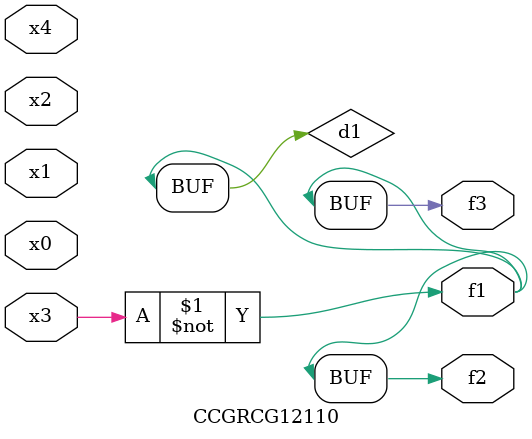
<source format=v>
module CCGRCG12110(
	input x0, x1, x2, x3, x4,
	output f1, f2, f3
);

	wire d1, d2;

	xnor (d1, x3);
	not (d2, x1);
	assign f1 = d1;
	assign f2 = d1;
	assign f3 = d1;
endmodule

</source>
